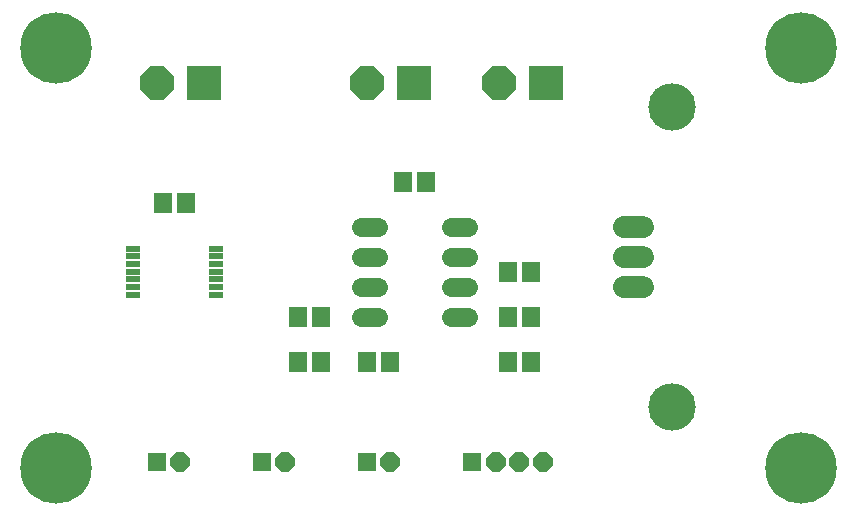
<source format=gbr>
G04 EAGLE Gerber RS-274X export*
G75*
%MOMM*%
%FSLAX34Y34*%
%LPD*%
%INSoldermask Top*%
%IPPOS*%
%AMOC8*
5,1,8,0,0,1.08239X$1,22.5*%
G01*
%ADD10C,1.625600*%
%ADD11R,1.200000X0.500000*%
%ADD12R,2.870200X2.870200*%
%ADD13P,3.106676X8X292.500000*%
%ADD14R,1.625600X1.625600*%
%ADD15P,1.759533X8X112.500000*%
%ADD16C,1.828800*%
%ADD17R,1.503200X1.703200*%
%ADD18C,6.045200*%
%ADD19C,1.212800*%
%ADD20C,4.013200*%


D10*
X298188Y244300D02*
X312412Y244300D01*
X312412Y218900D02*
X298188Y218900D01*
X298188Y193500D02*
X312412Y193500D01*
X312412Y168100D02*
X298188Y168100D01*
X374388Y168100D02*
X388612Y168100D01*
X388612Y193500D02*
X374388Y193500D01*
X374388Y218900D02*
X388612Y218900D01*
X388612Y244300D02*
X374388Y244300D01*
D11*
X174950Y186700D03*
X174950Y193200D03*
X174950Y199700D03*
X174950Y206200D03*
X174950Y212700D03*
X174950Y219200D03*
X174950Y225700D03*
X105450Y225700D03*
X105450Y219200D03*
X105450Y212700D03*
X105450Y206200D03*
X105450Y199700D03*
X105450Y193200D03*
X105450Y186700D03*
D12*
X165080Y366220D03*
D13*
X125480Y366220D03*
D12*
X342880Y366220D03*
D13*
X303280Y366220D03*
D14*
X392140Y44910D03*
D15*
X412140Y44910D03*
X432140Y44910D03*
X452140Y44910D03*
D14*
X302920Y44910D03*
D15*
X322920Y44910D03*
D14*
X214020Y44910D03*
D15*
X234020Y44910D03*
D14*
X125120Y44910D03*
D15*
X145120Y44910D03*
D12*
X454640Y366220D03*
D13*
X415040Y366220D03*
D16*
X520692Y244300D02*
X536948Y244300D01*
X536948Y218900D02*
X520692Y218900D01*
X520692Y193500D02*
X536948Y193500D01*
D17*
X245000Y168100D03*
X264000Y168100D03*
X245000Y130000D03*
X264000Y130000D03*
X130700Y264620D03*
X149700Y264620D03*
X322420Y130000D03*
X303420Y130000D03*
X441800Y130000D03*
X422800Y130000D03*
X441800Y168100D03*
X422800Y168100D03*
X422800Y206200D03*
X441800Y206200D03*
X333916Y282496D03*
X352916Y282496D03*
D18*
X40000Y396000D03*
D19*
X31872Y417844D03*
X47112Y418098D03*
X59304Y408954D03*
X63114Y393714D03*
X56002Y379236D03*
X41524Y372886D03*
X25522Y377966D03*
X17140Y391682D03*
X19680Y407430D03*
D18*
X671000Y396000D03*
D19*
X662872Y417844D03*
X678112Y418098D03*
X690304Y408954D03*
X694114Y393714D03*
X687002Y379236D03*
X672524Y372886D03*
X656522Y377966D03*
X648140Y391682D03*
X650680Y407430D03*
D18*
X40000Y40000D03*
D19*
X31872Y61844D03*
X47112Y62098D03*
X59304Y52954D03*
X63114Y37714D03*
X56002Y23236D03*
X41524Y16886D03*
X25522Y21966D03*
X17140Y35682D03*
X19680Y51430D03*
D18*
X671000Y40000D03*
D19*
X662872Y61844D03*
X678112Y62098D03*
X690304Y52954D03*
X694114Y37714D03*
X687002Y23236D03*
X672524Y16886D03*
X656522Y21966D03*
X648140Y35682D03*
X650680Y51430D03*
D20*
X561840Y91900D03*
X561840Y345900D03*
M02*

</source>
